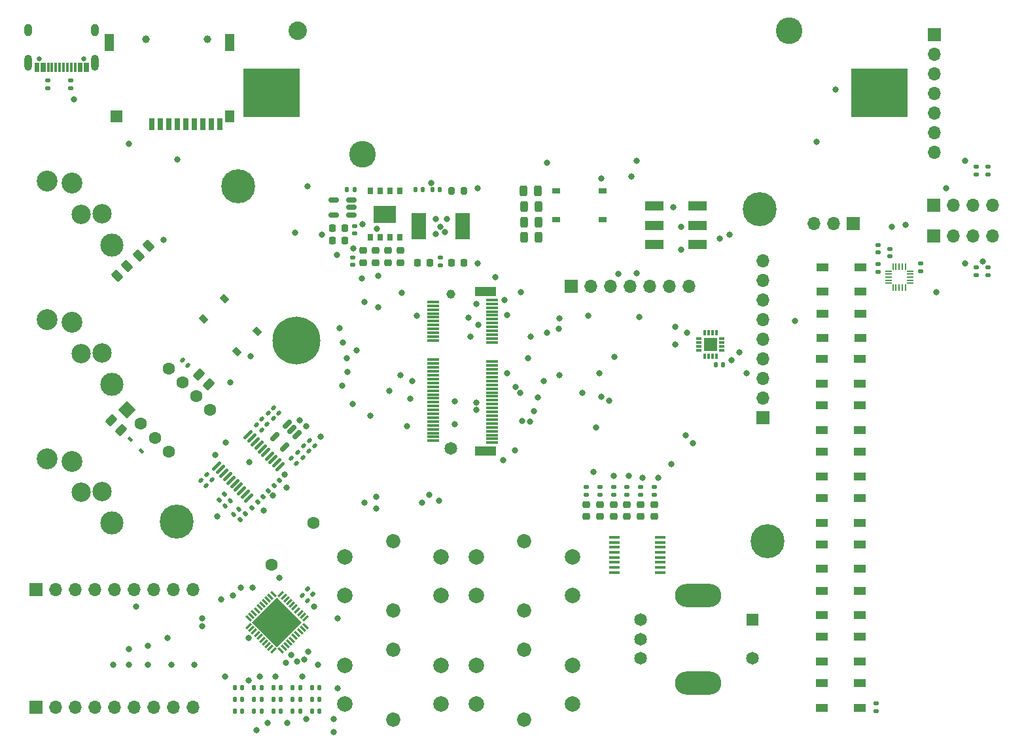
<source format=gbr>
%TF.GenerationSoftware,KiCad,Pcbnew,(6.0.5)*%
%TF.CreationDate,2022-06-18T22:15:24+02:00*%
%TF.ProjectId,clarinoid-devboard,636c6172-696e-46f6-9964-2d646576626f,rev?*%
%TF.SameCoordinates,Original*%
%TF.FileFunction,Soldermask,Top*%
%TF.FilePolarity,Negative*%
%FSLAX46Y46*%
G04 Gerber Fmt 4.6, Leading zero omitted, Abs format (unit mm)*
G04 Created by KiCad (PCBNEW (6.0.5)) date 2022-06-18 22:15:24*
%MOMM*%
%LPD*%
G01*
G04 APERTURE LIST*
G04 Aperture macros list*
%AMRoundRect*
0 Rectangle with rounded corners*
0 $1 Rounding radius*
0 $2 $3 $4 $5 $6 $7 $8 $9 X,Y pos of 4 corners*
0 Add a 4 corners polygon primitive as box body*
4,1,4,$2,$3,$4,$5,$6,$7,$8,$9,$2,$3,0*
0 Add four circle primitives for the rounded corners*
1,1,$1+$1,$2,$3*
1,1,$1+$1,$4,$5*
1,1,$1+$1,$6,$7*
1,1,$1+$1,$8,$9*
0 Add four rect primitives between the rounded corners*
20,1,$1+$1,$2,$3,$4,$5,0*
20,1,$1+$1,$4,$5,$6,$7,0*
20,1,$1+$1,$6,$7,$8,$9,0*
20,1,$1+$1,$8,$9,$2,$3,0*%
%AMHorizOval*
0 Thick line with rounded ends*
0 $1 width*
0 $2 $3 position (X,Y) of the first rounded end (center of the circle)*
0 $4 $5 position (X,Y) of the second rounded end (center of the circle)*
0 Add line between two ends*
20,1,$1,$2,$3,$4,$5,0*
0 Add two circle primitives to create the rounded ends*
1,1,$1,$2,$3*
1,1,$1,$4,$5*%
%AMRotRect*
0 Rectangle, with rotation*
0 The origin of the aperture is its center*
0 $1 length*
0 $2 width*
0 $3 Rotation angle, in degrees counterclockwise*
0 Add horizontal line*
21,1,$1,$2,0,0,$3*%
%AMFreePoly0*
4,1,14,0.354215,0.088284,0.450784,-0.008285,0.462500,-0.036569,0.462500,-0.060000,0.450784,-0.088284,0.422500,-0.100000,-0.422500,-0.100000,-0.450784,-0.088284,-0.462500,-0.060000,-0.462500,0.060000,-0.450784,0.088284,-0.422500,0.100000,0.325931,0.100000,0.354215,0.088284,0.354215,0.088284,$1*%
%AMFreePoly1*
4,1,14,0.450784,0.088284,0.462500,0.060000,0.462500,0.036569,0.450784,0.008285,0.354215,-0.088284,0.325931,-0.100000,-0.422500,-0.100000,-0.450784,-0.088284,-0.462500,-0.060000,-0.462500,0.060000,-0.450784,0.088284,-0.422500,0.100000,0.422500,0.100000,0.450784,0.088284,0.450784,0.088284,$1*%
%AMFreePoly2*
4,1,14,0.088284,0.450784,0.100000,0.422500,0.100000,-0.422500,0.088284,-0.450784,0.060000,-0.462500,-0.060000,-0.462500,-0.088284,-0.450784,-0.100000,-0.422500,-0.100000,0.325931,-0.088284,0.354215,0.008285,0.450784,0.036569,0.462500,0.060000,0.462500,0.088284,0.450784,0.088284,0.450784,$1*%
%AMFreePoly3*
4,1,14,-0.008285,0.450784,0.088284,0.354215,0.100000,0.325931,0.100000,-0.422500,0.088284,-0.450784,0.060000,-0.462500,-0.060000,-0.462500,-0.088284,-0.450784,-0.100000,-0.422500,-0.100000,0.422500,-0.088284,0.450784,-0.060000,0.462500,-0.036569,0.462500,-0.008285,0.450784,-0.008285,0.450784,$1*%
%AMFreePoly4*
4,1,14,0.450784,0.088284,0.462500,0.060000,0.462500,-0.060000,0.450784,-0.088284,0.422500,-0.100000,-0.325931,-0.100000,-0.354215,-0.088284,-0.450784,0.008285,-0.462500,0.036569,-0.462500,0.060000,-0.450784,0.088284,-0.422500,0.100000,0.422500,0.100000,0.450784,0.088284,0.450784,0.088284,$1*%
%AMFreePoly5*
4,1,14,0.450784,0.088284,0.462500,0.060000,0.462500,-0.060000,0.450784,-0.088284,0.422500,-0.100000,-0.422500,-0.100000,-0.450784,-0.088284,-0.462500,-0.060000,-0.462500,-0.036569,-0.450784,-0.008285,-0.354215,0.088284,-0.325931,0.100000,0.422500,0.100000,0.450784,0.088284,0.450784,0.088284,$1*%
%AMFreePoly6*
4,1,14,0.088284,0.450784,0.100000,0.422500,0.100000,-0.325931,0.088284,-0.354215,-0.008285,-0.450784,-0.036569,-0.462500,-0.060000,-0.462500,-0.088284,-0.450784,-0.100000,-0.422500,-0.100000,0.422500,-0.088284,0.450784,-0.060000,0.462500,0.060000,0.462500,0.088284,0.450784,0.088284,0.450784,$1*%
%AMFreePoly7*
4,1,14,0.088284,0.450784,0.100000,0.422500,0.100000,-0.422500,0.088284,-0.450784,0.060000,-0.462500,0.036569,-0.462500,0.008285,-0.450784,-0.088284,-0.354215,-0.100000,-0.325931,-0.100000,0.422500,-0.088284,0.450784,-0.060000,0.462500,0.060000,0.462500,0.088284,0.450784,0.088284,0.450784,$1*%
G04 Aperture macros list end*
%ADD10RoundRect,0.147500X-0.147500X-0.172500X0.147500X-0.172500X0.147500X0.172500X-0.147500X0.172500X0*%
%ADD11RoundRect,0.218750X0.256250X-0.218750X0.256250X0.218750X-0.256250X0.218750X-0.256250X-0.218750X0*%
%ADD12RoundRect,0.140000X-0.219203X-0.021213X-0.021213X-0.219203X0.219203X0.021213X0.021213X0.219203X0*%
%ADD13RoundRect,0.225000X0.225000X0.250000X-0.225000X0.250000X-0.225000X-0.250000X0.225000X-0.250000X0*%
%ADD14RoundRect,0.135000X0.185000X-0.135000X0.185000X0.135000X-0.185000X0.135000X-0.185000X-0.135000X0*%
%ADD15R,1.700000X1.700000*%
%ADD16O,1.700000X1.700000*%
%ADD17RoundRect,0.225000X-0.250000X0.225000X-0.250000X-0.225000X0.250000X-0.225000X0.250000X0.225000X0*%
%ADD18RotRect,0.600000X0.450000X315.000000*%
%ADD19RotRect,1.600000X1.600000X45.000000*%
%ADD20HorizOval,1.600000X0.000000X0.000000X0.000000X0.000000X0*%
%ADD21RoundRect,0.140000X0.170000X-0.140000X0.170000X0.140000X-0.170000X0.140000X-0.170000X-0.140000X0*%
%ADD22RoundRect,0.135000X0.135000X0.185000X-0.135000X0.185000X-0.135000X-0.185000X0.135000X-0.185000X0*%
%ADD23R,1.475000X0.450000*%
%ADD24C,6.200000*%
%ADD25R,0.700000X0.950000*%
%ADD26R,2.850000X2.250000*%
%ADD27R,2.375000X1.300000*%
%ADD28RoundRect,0.140000X0.021213X-0.219203X0.219203X-0.021213X-0.021213X0.219203X-0.219203X0.021213X0*%
%ADD29C,2.000000*%
%ADD30C,1.850000*%
%ADD31R,1.500000X1.000000*%
%ADD32C,3.450000*%
%ADD33C,2.390000*%
%ADD34R,7.340000X6.350000*%
%ADD35R,1.850000X3.500000*%
%ADD36RoundRect,0.135000X-0.185000X0.135000X-0.185000X-0.135000X0.185000X-0.135000X0.185000X0.135000X0*%
%ADD37RoundRect,0.243750X0.243750X0.456250X-0.243750X0.456250X-0.243750X-0.456250X0.243750X-0.456250X0*%
%ADD38RotRect,0.300000X0.850000X45.000000*%
%ADD39RotRect,0.300000X0.850000X315.000000*%
%ADD40RotRect,4.550000X4.550000X315.000000*%
%ADD41RoundRect,0.140000X0.140000X0.170000X-0.140000X0.170000X-0.140000X-0.170000X0.140000X-0.170000X0*%
%ADD42C,2.700000*%
%ADD43C,2.500000*%
%ADD44C,3.000000*%
%ADD45RoundRect,0.135000X0.226274X0.035355X0.035355X0.226274X-0.226274X-0.035355X-0.035355X-0.226274X0*%
%ADD46RoundRect,0.140000X0.219203X0.021213X0.021213X0.219203X-0.219203X-0.021213X-0.021213X-0.219203X0*%
%ADD47RoundRect,0.243750X-0.243750X-0.456250X0.243750X-0.456250X0.243750X0.456250X-0.243750X0.456250X0*%
%ADD48RoundRect,0.150000X0.512500X0.150000X-0.512500X0.150000X-0.512500X-0.150000X0.512500X-0.150000X0*%
%ADD49RoundRect,0.135000X-0.035355X0.226274X-0.226274X0.035355X0.035355X-0.226274X0.226274X-0.035355X0*%
%ADD50RoundRect,0.250000X0.132583X-0.503814X0.503814X-0.132583X-0.132583X0.503814X-0.503814X0.132583X0*%
%ADD51RoundRect,0.250000X0.503814X0.132583X0.132583X0.503814X-0.503814X-0.132583X-0.132583X-0.503814X0*%
%ADD52C,1.600000*%
%ADD53FreePoly0,270.000000*%
%ADD54RoundRect,0.050000X-0.050000X0.412500X-0.050000X-0.412500X0.050000X-0.412500X0.050000X0.412500X0*%
%ADD55FreePoly1,270.000000*%
%ADD56FreePoly2,270.000000*%
%ADD57RoundRect,0.050000X-0.412500X0.050000X-0.412500X-0.050000X0.412500X-0.050000X0.412500X0.050000X0*%
%ADD58FreePoly3,270.000000*%
%ADD59FreePoly4,270.000000*%
%ADD60FreePoly5,270.000000*%
%ADD61FreePoly6,270.000000*%
%ADD62FreePoly7,270.000000*%
%ADD63C,1.000000*%
%ADD64R,0.700000X1.600000*%
%ADD65R,1.200000X1.500000*%
%ADD66R,1.200000X2.200000*%
%ADD67R,1.600000X1.500000*%
%ADD68RoundRect,0.135000X0.035355X-0.226274X0.226274X-0.035355X-0.035355X0.226274X-0.226274X0.035355X0*%
%ADD69RoundRect,0.100000X-0.380070X-0.521491X0.521491X0.380070X0.380070X0.521491X-0.521491X-0.380070X0*%
%ADD70R,0.300000X0.800000*%
%ADD71R,0.800000X0.300000*%
%ADD72R,1.800000X1.800000*%
%ADD73RoundRect,0.140000X-0.170000X0.140000X-0.170000X-0.140000X0.170000X-0.140000X0.170000X0.140000X0*%
%ADD74C,0.650000*%
%ADD75R,0.300000X1.150000*%
%ADD76O,1.000000X1.600000*%
%ADD77O,1.000000X2.100000*%
%ADD78R,1.550000X0.300000*%
%ADD79C,1.150000*%
%ADD80C,1.650000*%
%ADD81R,2.750000X1.200000*%
%ADD82RoundRect,0.200000X0.200000X0.275000X-0.200000X0.275000X-0.200000X-0.275000X0.200000X-0.275000X0*%
%ADD83RoundRect,0.225000X-0.225000X-0.250000X0.225000X-0.250000X0.225000X0.250000X-0.225000X0.250000X0*%
%ADD84RoundRect,0.140000X-0.140000X-0.170000X0.140000X-0.170000X0.140000X0.170000X-0.140000X0.170000X0*%
%ADD85R,1.000000X0.750000*%
%ADD86R,1.650000X1.650000*%
%ADD87O,6.000000X3.000000*%
%ADD88RoundRect,0.250000X-0.503814X-0.132583X-0.132583X-0.503814X0.503814X0.132583X0.132583X0.503814X0*%
%ADD89RotRect,1.000000X0.750000X315.000000*%
%ADD90RoundRect,0.150000X0.256326X0.468458X-0.468458X-0.256326X-0.256326X-0.468458X0.468458X0.256326X0*%
%ADD91C,4.400000*%
%ADD92C,0.800000*%
G04 APERTURE END LIST*
D10*
%TO.C,D19*%
X119713312Y-114934542D03*
X120683312Y-114934542D03*
%TD*%
D11*
%TO.C,D5*%
X171493312Y-91247042D03*
X171493312Y-89672042D03*
%TD*%
D12*
%TO.C,C4*%
X126883077Y-81371386D03*
X127561899Y-82050208D03*
%TD*%
D13*
%TO.C,C28*%
X131420804Y-55512034D03*
X129870804Y-55512034D03*
%TD*%
D14*
%TO.C,R38*%
X164493312Y-88459542D03*
X164493312Y-87439542D03*
%TD*%
D15*
%TO.C,J14*%
X185566565Y-78397523D03*
D16*
X185566565Y-75857523D03*
X185566565Y-73317523D03*
X185566565Y-70777523D03*
X185566565Y-68237523D03*
X185566565Y-65697523D03*
X185566565Y-63157523D03*
X185566565Y-60617523D03*
X185566565Y-58077523D03*
%TD*%
D17*
%TO.C,C21*%
X135460804Y-56797034D03*
X135460804Y-58347034D03*
%TD*%
D11*
%TO.C,D7*%
X169743312Y-91247042D03*
X169743312Y-89672042D03*
%TD*%
D14*
%TO.C,R35*%
X169743312Y-88459542D03*
X169743312Y-87439542D03*
%TD*%
%TO.C,R40*%
X213198312Y-46934542D03*
X213198312Y-45914542D03*
%TD*%
D10*
%TO.C,D23*%
X119713312Y-116434542D03*
X120683312Y-116434542D03*
%TD*%
D18*
%TO.C,D6*%
X103675702Y-81230055D03*
X105160626Y-82714979D03*
%TD*%
D10*
%TO.C,D15*%
X117213312Y-113434542D03*
X118183312Y-113434542D03*
%TD*%
%TO.C,D26*%
X127213312Y-116434542D03*
X128183312Y-116434542D03*
%TD*%
D19*
%TO.C,U8*%
X103286793Y-77447034D03*
D20*
X105082844Y-79243085D03*
X106878895Y-81039136D03*
X108674947Y-82835188D03*
X114063100Y-77447034D03*
X112267049Y-75650983D03*
X110470998Y-73854932D03*
X108674947Y-72058880D03*
%TD*%
D21*
%TO.C,C23*%
X132460804Y-58657034D03*
X132460804Y-57697034D03*
%TD*%
D22*
%TO.C,R10*%
X132770804Y-48912034D03*
X131750804Y-48912034D03*
%TD*%
D21*
%TO.C,C26*%
X132745804Y-54572034D03*
X132745804Y-53612034D03*
%TD*%
D12*
%TO.C,C14*%
X122226946Y-77146256D03*
X122905768Y-77825078D03*
%TD*%
D21*
%TO.C,C25*%
X200468792Y-57032042D03*
X200468792Y-56072042D03*
%TD*%
D11*
%TO.C,D9*%
X166243312Y-91237042D03*
X166243312Y-89662042D03*
%TD*%
D13*
%TO.C,C18*%
X142435804Y-58397034D03*
X140885804Y-58397034D03*
%TD*%
D17*
%TO.C,C20*%
X137060804Y-56797034D03*
X137060804Y-58347034D03*
%TD*%
D23*
%TO.C,IC1*%
X166385312Y-93934542D03*
X166385312Y-94584542D03*
X166385312Y-95234542D03*
X166385312Y-95884542D03*
X166385312Y-96534542D03*
X166385312Y-97184542D03*
X166385312Y-97834542D03*
X166385312Y-98484542D03*
X172261312Y-98484542D03*
X172261312Y-97834542D03*
X172261312Y-97184542D03*
X172261312Y-96534542D03*
X172261312Y-95884542D03*
X172261312Y-95234542D03*
X172261312Y-94584542D03*
X172261312Y-93934542D03*
%TD*%
D24*
%TO.C,H1*%
X125198312Y-68434542D03*
%TD*%
D25*
%TO.C,IC2*%
X138560804Y-49097034D03*
X137290804Y-49097034D03*
X136020804Y-49097034D03*
X134750804Y-49097034D03*
X134750804Y-55047034D03*
X136020804Y-55047034D03*
X137290804Y-55047034D03*
X138560804Y-55047034D03*
D26*
X136655804Y-52072034D03*
%TD*%
D27*
%TO.C,U10*%
X177118804Y-51032034D03*
X177118804Y-53532034D03*
X177118804Y-56032034D03*
X171492804Y-56032034D03*
X171492804Y-53532034D03*
X171492804Y-51032034D03*
%TD*%
D10*
%TO.C,D13*%
X122213312Y-113434542D03*
X123183312Y-113434542D03*
%TD*%
D28*
%TO.C,C12*%
X117099730Y-90977956D03*
X117778552Y-90299134D03*
%TD*%
D29*
%TO.C,SW4*%
X143948312Y-115534542D03*
X131448312Y-115534542D03*
X143948312Y-110534542D03*
X131448312Y-110534542D03*
D30*
X137698312Y-108534542D03*
X137698312Y-117534542D03*
%TD*%
D31*
%TO.C,D32*%
X198098312Y-86034542D03*
X198098312Y-82834542D03*
X193198312Y-82834542D03*
X193198312Y-86034542D03*
%TD*%
D32*
%TO.C,BT1*%
X133718304Y-44346568D03*
D33*
X125388304Y-28346568D03*
D32*
X188918304Y-28346568D03*
D34*
X121988304Y-36346568D03*
X200648304Y-36346568D03*
%TD*%
D35*
%TO.C,L1*%
X141060804Y-53612034D03*
X146660804Y-53612034D03*
%TD*%
D36*
%TO.C,R4*%
X205993312Y-58439542D03*
X205993312Y-59459542D03*
%TD*%
D15*
%TO.C,DS2*%
X91493312Y-100709542D03*
D16*
X94033312Y-100709542D03*
X96573312Y-100709542D03*
X99113312Y-100709542D03*
X101653312Y-100709542D03*
X104193312Y-100709542D03*
X106733312Y-100709542D03*
X109273312Y-100709542D03*
X111813312Y-100709542D03*
%TD*%
D10*
%TO.C,D20*%
X124713312Y-114934542D03*
X125683312Y-114934542D03*
%TD*%
%TO.C,D25*%
X127213312Y-113434542D03*
X128183312Y-113434542D03*
%TD*%
D29*
%TO.C,SW3*%
X143948312Y-101434542D03*
X131448312Y-101434542D03*
X143948312Y-96434542D03*
X131448312Y-96434542D03*
D30*
X137698312Y-94434542D03*
X137698312Y-103434542D03*
%TD*%
D14*
%TO.C,R41*%
X214698312Y-46944542D03*
X214698312Y-45924542D03*
%TD*%
D31*
%TO.C,D31*%
X198098312Y-92034542D03*
X198098312Y-88834542D03*
X193198312Y-88834542D03*
X193198312Y-92034542D03*
%TD*%
D11*
%TO.C,D11*%
X162743312Y-91237042D03*
X162743312Y-89662042D03*
%TD*%
D37*
%TO.C,D1*%
X156518304Y-55096568D03*
X154643304Y-55096568D03*
%TD*%
D38*
%TO.C,IC3*%
X122203337Y-101257587D03*
X121849784Y-101611140D03*
X121496230Y-101964694D03*
X121142677Y-102318247D03*
X120789124Y-102671800D03*
X120435570Y-103025354D03*
X120082017Y-103378907D03*
X119728464Y-103732460D03*
X119374910Y-104086014D03*
X119021357Y-104439567D03*
D39*
X119021357Y-105429517D03*
X119374910Y-105783070D03*
X119728464Y-106136624D03*
X120082017Y-106490177D03*
X120435570Y-106843730D03*
X120789124Y-107197284D03*
X121142677Y-107550837D03*
X121496230Y-107904390D03*
X121849784Y-108257944D03*
X122203337Y-108611497D03*
D38*
X123193287Y-108611497D03*
X123546840Y-108257944D03*
X123900394Y-107904390D03*
X124253947Y-107550837D03*
X124607500Y-107197284D03*
X124961054Y-106843730D03*
X125314607Y-106490177D03*
X125668160Y-106136624D03*
X126021714Y-105783070D03*
X126375267Y-105429517D03*
D39*
X126375267Y-104439567D03*
X126021714Y-104086014D03*
X125668160Y-103732460D03*
X125314607Y-103378907D03*
X124961054Y-103025354D03*
X124607500Y-102671800D03*
X124253947Y-102318247D03*
X123900394Y-101964694D03*
X123546840Y-101611140D03*
X123193287Y-101257587D03*
D40*
X122698312Y-104934542D03*
%TD*%
D41*
%TO.C,C15*%
X143740804Y-48897034D03*
X142780804Y-48897034D03*
%TD*%
D42*
%TO.C,J10*%
X92973798Y-65760028D03*
X96120423Y-66078226D03*
D43*
X97322505Y-70108735D03*
X100080221Y-70038024D03*
D44*
X101317658Y-74103888D03*
%TD*%
D31*
%TO.C,D36*%
X198148312Y-62134542D03*
X198148312Y-58934542D03*
X193248312Y-58934542D03*
X193248312Y-62134542D03*
%TD*%
D10*
%TO.C,D18*%
X122213312Y-116434542D03*
X123183312Y-116434542D03*
%TD*%
%TO.C,D22*%
X117213312Y-116434542D03*
X118183312Y-116434542D03*
%TD*%
D31*
%TO.C,D27*%
X198098312Y-116034542D03*
X198098312Y-112834542D03*
X193198312Y-112834542D03*
X193198312Y-116034542D03*
%TD*%
D45*
%TO.C,R16*%
X127353936Y-101310166D03*
X126632688Y-100588918D03*
%TD*%
D12*
%TO.C,C27*%
X110442714Y-71026505D03*
X111121536Y-71705327D03*
%TD*%
D46*
%TO.C,C8*%
X113501248Y-87229599D03*
X112822426Y-86550777D03*
%TD*%
%TO.C,C5*%
X126017038Y-83623354D03*
X125338216Y-82944532D03*
%TD*%
D28*
%TO.C,C9*%
X115982501Y-89832443D03*
X116661323Y-89153621D03*
%TD*%
D15*
%TO.C,J5*%
X207698312Y-50934542D03*
D16*
X210238312Y-50934542D03*
X212778312Y-50934542D03*
X215318312Y-50934542D03*
%TD*%
D31*
%TO.C,D35*%
X198148312Y-68134542D03*
X198148312Y-64934542D03*
X193248312Y-64934542D03*
X193248312Y-68134542D03*
%TD*%
D11*
%TO.C,D8*%
X167993312Y-91237042D03*
X167993312Y-89662042D03*
%TD*%
D10*
%TO.C,D17*%
X122213312Y-114934542D03*
X123183312Y-114934542D03*
%TD*%
%TO.C,D14*%
X119713312Y-113434542D03*
X120683312Y-113434542D03*
%TD*%
D47*
%TO.C,D2*%
X154643304Y-53096568D03*
X156518304Y-53096568D03*
%TD*%
D48*
%TO.C,U11*%
X132283304Y-52162034D03*
X132283304Y-51212034D03*
X132283304Y-50262034D03*
X130008304Y-50262034D03*
X130008304Y-52162034D03*
%TD*%
D49*
%TO.C,R6*%
X118613630Y-90913626D03*
X117892382Y-91634874D03*
%TD*%
D29*
%TO.C,SW2*%
X160948312Y-101434542D03*
X148448312Y-101434542D03*
X160948312Y-96434542D03*
X148448312Y-96434542D03*
D30*
X154698312Y-94434542D03*
X154698312Y-103434542D03*
%TD*%
D31*
%TO.C,D29*%
X198098312Y-104034542D03*
X198098312Y-100834542D03*
X193198312Y-100834542D03*
X193198312Y-104034542D03*
%TD*%
D21*
%TO.C,C24*%
X201993312Y-57539542D03*
X201993312Y-56579542D03*
%TD*%
D12*
%TO.C,C11*%
X121519839Y-77853363D03*
X122198661Y-78532185D03*
%TD*%
D14*
%TO.C,R34*%
X171493312Y-88459542D03*
X171493312Y-87439542D03*
%TD*%
D46*
%TO.C,C6*%
X125225078Y-84387029D03*
X124546256Y-83708207D03*
%TD*%
D10*
%TO.C,D16*%
X117213312Y-114934542D03*
X118183312Y-114934542D03*
%TD*%
D17*
%TO.C,C17*%
X138660804Y-56797034D03*
X138660804Y-58347034D03*
%TD*%
D10*
%TO.C,D24*%
X124713312Y-116434542D03*
X125683312Y-116434542D03*
%TD*%
D50*
%TO.C,R21*%
X102015569Y-60092269D03*
X103306039Y-58801799D03*
%TD*%
D51*
%TO.C,R22*%
X113840362Y-74141310D03*
X112549892Y-72850840D03*
%TD*%
D47*
%TO.C,D4*%
X154580804Y-49096568D03*
X156455804Y-49096568D03*
%TD*%
D14*
%TO.C,R37*%
X166243312Y-88459542D03*
X166243312Y-87439542D03*
%TD*%
D52*
%TO.C,R15*%
X121993312Y-97449542D03*
D20*
X127381466Y-92061388D03*
%TD*%
D53*
%TO.C,U4*%
X203993312Y-58852042D03*
D54*
X203593312Y-58852042D03*
X203193312Y-58852042D03*
X202793312Y-58852042D03*
D55*
X202393312Y-58852042D03*
D56*
X201805812Y-59439542D03*
D57*
X201805812Y-59839542D03*
X201805812Y-60239542D03*
X201805812Y-60639542D03*
D58*
X201805812Y-61039542D03*
D59*
X202393312Y-61627042D03*
D54*
X202793312Y-61627042D03*
X203193312Y-61627042D03*
X203593312Y-61627042D03*
D60*
X203993312Y-61627042D03*
D61*
X204580812Y-61039542D03*
D57*
X204580812Y-60639542D03*
X204580812Y-60239542D03*
X204580812Y-59839542D03*
D62*
X204580812Y-59439542D03*
%TD*%
D36*
%TO.C,R11*%
X143860804Y-57687034D03*
X143860804Y-58707034D03*
%TD*%
D63*
%TO.C,J3*%
X105725000Y-29437500D03*
X113725000Y-29437500D03*
D64*
X106525000Y-40437500D03*
X107625000Y-40437500D03*
X108725000Y-40437500D03*
X109825000Y-40437500D03*
X110925000Y-40437500D03*
X112025000Y-40437500D03*
X113125000Y-40437500D03*
X114225000Y-40437500D03*
X115325000Y-40437500D03*
D65*
X116525000Y-39437500D03*
D66*
X116525000Y-29837500D03*
X101025000Y-29837500D03*
D67*
X101925000Y-39437500D03*
%TD*%
D49*
%TO.C,R3*%
X123004763Y-86550777D03*
X122283515Y-87272025D03*
%TD*%
D15*
%TO.C,J4*%
X207723312Y-28834542D03*
D16*
X207723312Y-31374542D03*
X207723312Y-33914542D03*
X207723312Y-36454542D03*
X207723312Y-38994542D03*
X207723312Y-41534542D03*
X207723312Y-44074542D03*
%TD*%
D46*
%TO.C,C13*%
X121420844Y-79310003D03*
X120742022Y-78631181D03*
%TD*%
D42*
%TO.C,J1*%
X92973798Y-83760028D03*
X96120423Y-84078226D03*
D43*
X97322505Y-88108735D03*
X100080221Y-88038024D03*
D44*
X101317658Y-92103888D03*
%TD*%
D31*
%TO.C,D33*%
X198098312Y-80034542D03*
X198098312Y-76834542D03*
X193198312Y-76834542D03*
X193198312Y-80034542D03*
%TD*%
D68*
%TO.C,R1*%
X119455088Y-90100452D03*
X120176336Y-89379204D03*
%TD*%
D11*
%TO.C,D10*%
X164493312Y-91247042D03*
X164493312Y-89672042D03*
%TD*%
D12*
%TO.C,C3*%
X126138931Y-82115533D03*
X126817753Y-82794355D03*
%TD*%
D14*
%TO.C,R7*%
X93018304Y-35746568D03*
X93018304Y-34726568D03*
%TD*%
D69*
%TO.C,U1*%
X114903088Y-84689318D03*
X115362707Y-85148937D03*
X115822326Y-85608557D03*
X116281946Y-86068176D03*
X116741565Y-86527795D03*
X117201185Y-86987415D03*
X117660804Y-87447034D03*
X118120423Y-87906654D03*
X118580043Y-88366273D03*
X119039662Y-88825892D03*
X123087848Y-84777706D03*
X122628229Y-84318087D03*
X122168610Y-83858467D03*
X121708990Y-83398848D03*
X121249371Y-82939229D03*
X120789751Y-82479609D03*
X120330132Y-82019990D03*
X119870513Y-81560370D03*
X119410893Y-81100751D03*
X118951274Y-80641132D03*
%TD*%
D14*
%TO.C,R8*%
X96018304Y-35746568D03*
X96018304Y-34726568D03*
%TD*%
D37*
%TO.C,D3*%
X156518304Y-51096568D03*
X154643304Y-51096568D03*
%TD*%
D15*
%TO.C,J12*%
X160760804Y-61447034D03*
D16*
X163300804Y-61447034D03*
X165840804Y-61447034D03*
X168380804Y-61447034D03*
X170920804Y-61447034D03*
X173460804Y-61447034D03*
X176000804Y-61447034D03*
%TD*%
D15*
%TO.C,DS1*%
X91493312Y-115949542D03*
D16*
X94033312Y-115949542D03*
X96573312Y-115949542D03*
X99113312Y-115949542D03*
X101653312Y-115949542D03*
X104193312Y-115949542D03*
X106733312Y-115949542D03*
X109273312Y-115949542D03*
X111813312Y-115949542D03*
%TD*%
D70*
%TO.C,IC4*%
X178016565Y-70447523D03*
X178516565Y-70447523D03*
X179016565Y-70447523D03*
X179516565Y-70447523D03*
D71*
X180266565Y-69697523D03*
X180266565Y-69197523D03*
X180266565Y-68697523D03*
X180266565Y-68197523D03*
D70*
X179516565Y-67447523D03*
X179016565Y-67447523D03*
X178516565Y-67447523D03*
X178016565Y-67447523D03*
D71*
X177266565Y-68197523D03*
X177266565Y-68697523D03*
X177266565Y-69197523D03*
X177266565Y-69697523D03*
D72*
X178766565Y-68947523D03*
%TD*%
D73*
%TO.C,C2*%
X200198312Y-115474542D03*
X200198312Y-116434542D03*
%TD*%
D31*
%TO.C,D30*%
X198098312Y-98034542D03*
X198098312Y-94834542D03*
X193198312Y-94834542D03*
X193198312Y-98034542D03*
%TD*%
%TO.C,D28*%
X198098312Y-110034542D03*
X198098312Y-106834542D03*
X193198312Y-106834542D03*
X193198312Y-110034542D03*
%TD*%
D36*
%TO.C,R13*%
X213198312Y-58934542D03*
X213198312Y-59954542D03*
%TD*%
D74*
%TO.C,J2*%
X97708304Y-31951568D03*
X91928304Y-31951568D03*
D75*
X98168304Y-33016568D03*
X97368304Y-33016568D03*
X96068304Y-33016568D03*
X95068304Y-33016568D03*
X94568304Y-33016568D03*
X93568304Y-33016568D03*
X92268304Y-33016568D03*
X91468304Y-33016568D03*
X91768304Y-33016568D03*
X92568304Y-33016568D03*
X93068304Y-33016568D03*
X94068304Y-33016568D03*
X95568304Y-33016568D03*
X96568304Y-33016568D03*
X97068304Y-33016568D03*
X97868304Y-33016568D03*
D76*
X99138304Y-28271568D03*
D77*
X99138304Y-32451568D03*
X90498304Y-32451568D03*
D76*
X90498304Y-28271568D03*
%TD*%
D46*
%TO.C,C1*%
X126672134Y-102128364D03*
X125993312Y-101449542D03*
%TD*%
D29*
%TO.C,SW5*%
X160948312Y-115534542D03*
X148448312Y-115534542D03*
X160948312Y-110534542D03*
X148448312Y-110534542D03*
D30*
X154698312Y-108534542D03*
X154698312Y-117534542D03*
%TD*%
D15*
%TO.C,J6*%
X207698312Y-54934542D03*
D16*
X210238312Y-54934542D03*
X212778312Y-54934542D03*
X215318312Y-54934542D03*
%TD*%
D46*
%TO.C,C10*%
X120713737Y-80017109D03*
X120034915Y-79338287D03*
%TD*%
D14*
%TO.C,R36*%
X167993312Y-88459542D03*
X167993312Y-87439542D03*
%TD*%
D78*
%TO.C,U3*%
X150473312Y-63184542D03*
X142923312Y-63434542D03*
X150473312Y-63684542D03*
X142923312Y-63934542D03*
X150473312Y-64184542D03*
X142923312Y-64434542D03*
X150473312Y-64684542D03*
X142923312Y-64934542D03*
X150473312Y-65184542D03*
X142923312Y-65434542D03*
X150473312Y-65684542D03*
X142923312Y-65934542D03*
X150473312Y-66184542D03*
X142923312Y-66434542D03*
X150473312Y-66684542D03*
X142923312Y-66934542D03*
X150473312Y-67184542D03*
X142923312Y-67434542D03*
X150473312Y-67684542D03*
X142923312Y-67934542D03*
X150473312Y-68184542D03*
X142923312Y-68434542D03*
X150473312Y-68684542D03*
X142923312Y-70934542D03*
X150473312Y-71184542D03*
X142923312Y-71434542D03*
X150473312Y-71684542D03*
X142923312Y-71934542D03*
X150473312Y-72184542D03*
X142923312Y-72434542D03*
X150473312Y-72684542D03*
X142923312Y-72934542D03*
X150473312Y-73184542D03*
X142923312Y-73434542D03*
X150473312Y-73684542D03*
X142923312Y-73934542D03*
X150473312Y-74184542D03*
X142923312Y-74434542D03*
X150473312Y-74684542D03*
X142923312Y-74934542D03*
X150473312Y-75184542D03*
X142923312Y-75434542D03*
X150473312Y-75684542D03*
X142923312Y-75934542D03*
X150473312Y-76184542D03*
X142923312Y-76434542D03*
X150473312Y-76684542D03*
X142923312Y-76934542D03*
X150473312Y-77184542D03*
X142923312Y-77434542D03*
X150473312Y-77684542D03*
X142923312Y-77934542D03*
X150473312Y-78184542D03*
X142923312Y-78434542D03*
X150473312Y-78684542D03*
X142923312Y-78934542D03*
X150473312Y-79184542D03*
X142923312Y-79434542D03*
X150473312Y-79684542D03*
X142923312Y-79934542D03*
X150473312Y-80184542D03*
X142923312Y-80434542D03*
X150473312Y-80684542D03*
X142923312Y-80934542D03*
X150473312Y-81184542D03*
X142923312Y-81434542D03*
X150473312Y-81684542D03*
D79*
X145198312Y-62434542D03*
D80*
X145198312Y-82434542D03*
D81*
X149698312Y-62084542D03*
X149698312Y-82784542D03*
%TD*%
D42*
%TO.C,J11*%
X92973798Y-47760028D03*
X96120423Y-48078226D03*
D43*
X97322505Y-52108735D03*
X100080221Y-52038024D03*
D44*
X101317658Y-56103888D03*
%TD*%
D82*
%TO.C,R9*%
X146885804Y-49097034D03*
X145235804Y-49097034D03*
%TD*%
D49*
%TO.C,R5*%
X115890577Y-88368733D03*
X115169329Y-89089981D03*
%TD*%
D17*
%TO.C,C22*%
X133860804Y-56797034D03*
X133860804Y-58347034D03*
%TD*%
D49*
%TO.C,R2*%
X121597620Y-87957919D03*
X120876372Y-88679167D03*
%TD*%
D14*
%TO.C,R12*%
X200493312Y-59559542D03*
X200493312Y-58539542D03*
%TD*%
D83*
%TO.C,C19*%
X145285804Y-58397034D03*
X146835804Y-58397034D03*
%TD*%
D84*
%TO.C,C16*%
X140580804Y-48897034D03*
X141540804Y-48897034D03*
%TD*%
D31*
%TO.C,D34*%
X198098312Y-74034542D03*
X198098312Y-70834542D03*
X193198312Y-70834542D03*
X193198312Y-74034542D03*
%TD*%
D50*
%TO.C,R20*%
X104773285Y-57475973D03*
X106063755Y-56185503D03*
%TD*%
D84*
%TO.C,C30*%
X179461565Y-71607523D03*
X180421565Y-71607523D03*
%TD*%
D36*
%TO.C,R14*%
X214698312Y-58934542D03*
X214698312Y-59954542D03*
%TD*%
D10*
%TO.C,D21*%
X127213312Y-114934542D03*
X128183312Y-114934542D03*
%TD*%
D85*
%TO.C,SW1*%
X164823304Y-52822034D03*
X164823304Y-49072034D03*
X158823304Y-52822034D03*
X158823304Y-49072034D03*
%TD*%
D13*
%TO.C,C29*%
X131420804Y-53912034D03*
X129870804Y-53912034D03*
%TD*%
D86*
%TO.C,SW7*%
X184198312Y-104634542D03*
D80*
X184198312Y-109634542D03*
X169698312Y-104634542D03*
X169698312Y-109634542D03*
X169698312Y-107134542D03*
D87*
X177198312Y-101434542D03*
X177198312Y-112834542D03*
%TD*%
D12*
%TO.C,C7*%
X113600243Y-85772959D03*
X114279065Y-86451781D03*
%TD*%
D15*
%TO.C,U9*%
X197273312Y-53259542D03*
D16*
X194733312Y-53259542D03*
X192193312Y-53259542D03*
%TD*%
D14*
%TO.C,R39*%
X162743312Y-88459542D03*
X162743312Y-87439542D03*
%TD*%
D10*
%TO.C,D12*%
X124713312Y-113434542D03*
X125683312Y-113434542D03*
%TD*%
D88*
%TO.C,R19*%
X101236184Y-78790537D03*
X102526654Y-80081007D03*
%TD*%
D89*
%TO.C,SW6*%
X115865309Y-62999888D03*
X113213658Y-65651539D03*
X120107950Y-67242529D03*
X117456299Y-69894180D03*
%TD*%
D90*
%TO.C,U7*%
X125315234Y-80605776D03*
X124643483Y-79934025D03*
X123971732Y-79262274D03*
X122363064Y-80870942D03*
X123706566Y-82214444D03*
%TD*%
D91*
%TO.C,H2*%
X186198312Y-94434542D03*
%TD*%
%TO.C,H4*%
X109698312Y-91934542D03*
%TD*%
%TO.C,H5*%
X185160804Y-51447034D03*
%TD*%
%TO.C,H3*%
X117698312Y-48434542D03*
%TD*%
D92*
X119065487Y-84203873D03*
X114910804Y-91197034D03*
X183410804Y-72697034D03*
X163660804Y-85447034D03*
X108993312Y-110449542D03*
X112993312Y-104449542D03*
X116993312Y-101449544D03*
X112993312Y-105449542D03*
X117993312Y-100449542D03*
X115493312Y-101949544D03*
X104493312Y-102949542D03*
X118993312Y-106949542D03*
X115993312Y-111949542D03*
X124543702Y-109202354D03*
X118993312Y-112449542D03*
X120493312Y-111949542D03*
X125243202Y-110024997D03*
X122493312Y-111949542D03*
X126211681Y-109777907D03*
X126696476Y-108719177D03*
X123844202Y-110151030D03*
X125993312Y-111949542D03*
X129993312Y-117449542D03*
X121493312Y-117949542D03*
X129993312Y-119149042D03*
X119993312Y-118949542D03*
X111993312Y-110449542D03*
X119493312Y-100449542D03*
X105993312Y-107949542D03*
X103493312Y-110449542D03*
X103493312Y-108449542D03*
X101493312Y-110449542D03*
X108493312Y-106949542D03*
X105993312Y-110449542D03*
X114669658Y-83232761D03*
X116083872Y-81677126D03*
X135650799Y-53972866D03*
X135948312Y-51684542D03*
X126660804Y-48447034D03*
X152448312Y-72684542D03*
X148660804Y-58447034D03*
X182493312Y-69949542D03*
X171993312Y-86199542D03*
X151993312Y-83949542D03*
X122493312Y-103199542D03*
X194993312Y-35949542D03*
X192493312Y-42699542D03*
X133760804Y-53347034D03*
X166243312Y-85949542D03*
X207993312Y-62199542D03*
X124743312Y-104949542D03*
X128460804Y-54747034D03*
X143198312Y-54684542D03*
X133660804Y-60447034D03*
X132591182Y-56516656D03*
X144698312Y-52684542D03*
X168243312Y-85949542D03*
X125660303Y-78740428D03*
X96410804Y-37197034D03*
X120493312Y-104949542D03*
X122493312Y-106949542D03*
X142660804Y-48046534D03*
X144448312Y-54434542D03*
X143198312Y-52684542D03*
X169993312Y-86199542D03*
X154198312Y-62184542D03*
X137443717Y-52179947D03*
X143860804Y-53697034D03*
X128328586Y-80880471D03*
X123697728Y-85829527D03*
X126455444Y-79536277D03*
X174243312Y-66699542D03*
X189743312Y-65949542D03*
X153493312Y-82699542D03*
X175543812Y-80699542D03*
X163993312Y-79699542D03*
X176493312Y-81699542D03*
X153524547Y-74426202D03*
X211743312Y-58449542D03*
X213993312Y-58199542D03*
X154160804Y-75197034D03*
X138825471Y-62303212D03*
X174993312Y-56699542D03*
X133993312Y-63449542D03*
X203993312Y-53449542D03*
X132493312Y-76699542D03*
X173993312Y-51199542D03*
X202243312Y-53699542D03*
X131123690Y-74319164D03*
X135739766Y-64100531D03*
X175743311Y-67449541D03*
X174243312Y-68949542D03*
X150942635Y-60250042D03*
X179993312Y-55199542D03*
X148460804Y-63747034D03*
X130760804Y-66847034D03*
X152153690Y-63239920D03*
X131743312Y-70699542D03*
X132993312Y-69699542D03*
X148743312Y-66449542D03*
X148660804Y-48747034D03*
X103500000Y-43000000D03*
X119260804Y-70447034D03*
X152460804Y-65147034D03*
X130460804Y-57347034D03*
X135760804Y-60047034D03*
X164660804Y-47447034D03*
X157660804Y-45447034D03*
X131760804Y-72547034D03*
X147743312Y-67949542D03*
X137250000Y-75000000D03*
X139500000Y-79500000D03*
X120993312Y-90449542D03*
X135493312Y-90199542D03*
X133993312Y-89463357D03*
X122166277Y-88526577D03*
X135493312Y-88699542D03*
X145661304Y-79247034D03*
X145660804Y-76347034D03*
X123948420Y-87494434D03*
X166861383Y-59852715D03*
X168543812Y-47199542D03*
X162993312Y-65199542D03*
X169535310Y-65418300D03*
X169243312Y-59699542D03*
X156410804Y-75786062D03*
X155910804Y-77584573D03*
X169243312Y-45199542D03*
X159243312Y-72949542D03*
X148493312Y-77449542D03*
X148493312Y-76449542D03*
X157243312Y-73699542D03*
X166362934Y-70569164D03*
X155493312Y-67949542D03*
X140160804Y-73697034D03*
X143660804Y-89197034D03*
X141493312Y-89449542D03*
X139910804Y-75947034D03*
X138660804Y-72947034D03*
X142410804Y-88447034D03*
X159160804Y-66947034D03*
X164410804Y-72697034D03*
X155160804Y-70697034D03*
X162160804Y-75197034D03*
X159217513Y-65548553D03*
X165660804Y-76197034D03*
X157660804Y-67447034D03*
X164660804Y-75697034D03*
X154384862Y-78884042D03*
X155414424Y-78985042D03*
X131243312Y-68699542D03*
X147493312Y-65449542D03*
X107993312Y-55449542D03*
X181243312Y-54699542D03*
X109750000Y-45000000D03*
X116660804Y-73847034D03*
X124993312Y-54449542D03*
X209243312Y-48699542D03*
X122993312Y-99199542D03*
X211743312Y-45199542D03*
X127493312Y-102949542D03*
X181493312Y-70949542D03*
X173743312Y-84449542D03*
X174993312Y-53699542D03*
X127993312Y-110449542D03*
X130493312Y-113449542D03*
X123993312Y-117949542D03*
X126493312Y-117449542D03*
X130493312Y-104449542D03*
X134743312Y-78199542D03*
X140743312Y-65199542D03*
M02*

</source>
